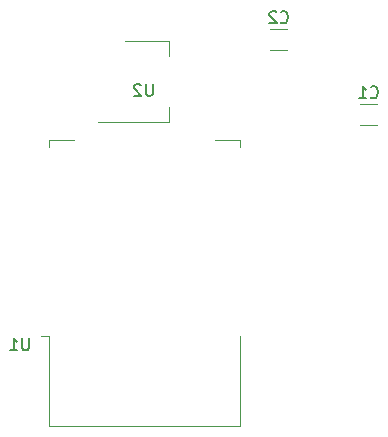
<source format=gbr>
%TF.GenerationSoftware,KiCad,Pcbnew,(6.0.5)*%
%TF.CreationDate,2022-11-09T18:14:35+05:30*%
%TF.ProjectId,USBNightLightV1,5553424e-6967-4687-944c-696768745631,rev?*%
%TF.SameCoordinates,Original*%
%TF.FileFunction,Legend,Bot*%
%TF.FilePolarity,Positive*%
%FSLAX46Y46*%
G04 Gerber Fmt 4.6, Leading zero omitted, Abs format (unit mm)*
G04 Created by KiCad (PCBNEW (6.0.5)) date 2022-11-09 18:14:35*
%MOMM*%
%LPD*%
G01*
G04 APERTURE LIST*
%ADD10C,0.150000*%
%ADD11C,0.120000*%
G04 APERTURE END LIST*
D10*
%TO.C,C2*%
X155106666Y-70389142D02*
X155154285Y-70436761D01*
X155297142Y-70484380D01*
X155392380Y-70484380D01*
X155535238Y-70436761D01*
X155630476Y-70341523D01*
X155678095Y-70246285D01*
X155725714Y-70055809D01*
X155725714Y-69912952D01*
X155678095Y-69722476D01*
X155630476Y-69627238D01*
X155535238Y-69532000D01*
X155392380Y-69484380D01*
X155297142Y-69484380D01*
X155154285Y-69532000D01*
X155106666Y-69579619D01*
X154725714Y-69579619D02*
X154678095Y-69532000D01*
X154582857Y-69484380D01*
X154344761Y-69484380D01*
X154249523Y-69532000D01*
X154201904Y-69579619D01*
X154154285Y-69674857D01*
X154154285Y-69770095D01*
X154201904Y-69912952D01*
X154773333Y-70484380D01*
X154154285Y-70484380D01*
%TO.C,C1*%
X162726666Y-76739142D02*
X162774285Y-76786761D01*
X162917142Y-76834380D01*
X163012380Y-76834380D01*
X163155238Y-76786761D01*
X163250476Y-76691523D01*
X163298095Y-76596285D01*
X163345714Y-76405809D01*
X163345714Y-76262952D01*
X163298095Y-76072476D01*
X163250476Y-75977238D01*
X163155238Y-75882000D01*
X163012380Y-75834380D01*
X162917142Y-75834380D01*
X162774285Y-75882000D01*
X162726666Y-75929619D01*
X161774285Y-76834380D02*
X162345714Y-76834380D01*
X162060000Y-76834380D02*
X162060000Y-75834380D01*
X162155238Y-75977238D01*
X162250476Y-76072476D01*
X162345714Y-76120095D01*
%TO.C,U2*%
X144271904Y-75652380D02*
X144271904Y-76461904D01*
X144224285Y-76557142D01*
X144176666Y-76604761D01*
X144081428Y-76652380D01*
X143890952Y-76652380D01*
X143795714Y-76604761D01*
X143748095Y-76557142D01*
X143700476Y-76461904D01*
X143700476Y-75652380D01*
X143271904Y-75747619D02*
X143224285Y-75700000D01*
X143129047Y-75652380D01*
X142890952Y-75652380D01*
X142795714Y-75700000D01*
X142748095Y-75747619D01*
X142700476Y-75842857D01*
X142700476Y-75938095D01*
X142748095Y-76080952D01*
X143319523Y-76652380D01*
X142700476Y-76652380D01*
%TO.C,U1*%
X133770904Y-97175380D02*
X133770904Y-97984904D01*
X133723285Y-98080142D01*
X133675666Y-98127761D01*
X133580428Y-98175380D01*
X133389952Y-98175380D01*
X133294714Y-98127761D01*
X133247095Y-98080142D01*
X133199476Y-97984904D01*
X133199476Y-97175380D01*
X132199476Y-98175380D02*
X132770904Y-98175380D01*
X132485190Y-98175380D02*
X132485190Y-97175380D01*
X132580428Y-97318238D01*
X132675666Y-97413476D01*
X132770904Y-97461095D01*
D11*
%TO.C,C2*%
X155651252Y-72792000D02*
X154228748Y-72792000D01*
X155651252Y-70972000D02*
X154228748Y-70972000D01*
%TO.C,C1*%
X163271252Y-79142000D02*
X161848748Y-79142000D01*
X163271252Y-77322000D02*
X161848748Y-77322000D01*
%TO.C,U2*%
X141914000Y-72028000D02*
X145674000Y-72028000D01*
X139664000Y-78848000D02*
X145674000Y-78848000D01*
X145674000Y-78848000D02*
X145674000Y-77588000D01*
X145674000Y-72028000D02*
X145674000Y-73288000D01*
%TO.C,U1*%
X135449000Y-104583000D02*
X151689000Y-104583000D01*
X151689000Y-80343000D02*
X149569000Y-80343000D01*
X151689000Y-80963000D02*
X151689000Y-80343000D01*
X135449000Y-96963000D02*
X134839000Y-96963000D01*
X137569000Y-80343000D02*
X135449000Y-80343000D01*
X151689000Y-104583000D02*
X151689000Y-96963000D01*
X135449000Y-96963000D02*
X135449000Y-104583000D01*
X135449000Y-80343000D02*
X135449000Y-80963000D01*
%TD*%
M02*

</source>
